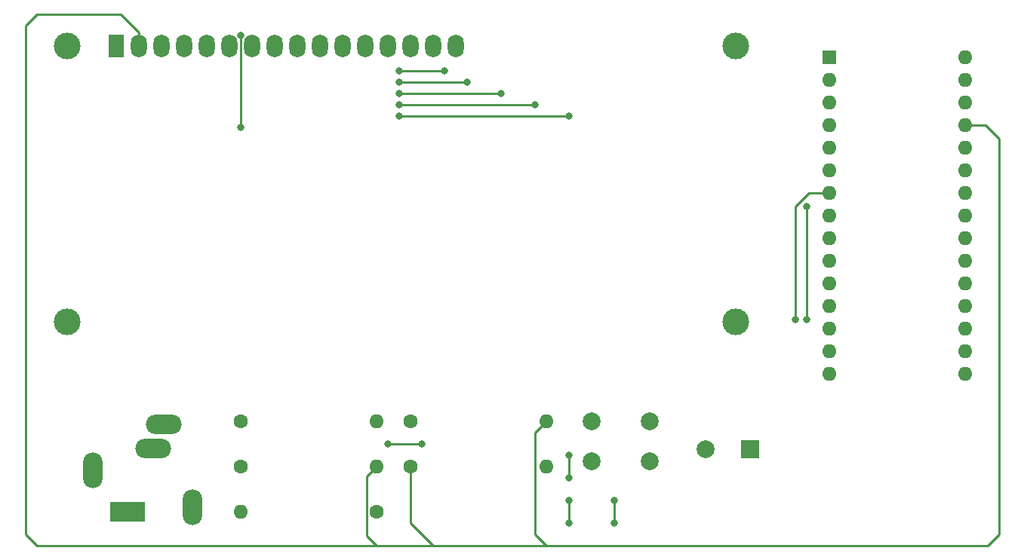
<source format=gbr>
%TF.GenerationSoftware,KiCad,Pcbnew,5.1.6*%
%TF.CreationDate,2020-06-14T13:39:51+02:00*%
%TF.ProjectId,pcb,7063622e-6b69-4636-9164-5f7063625858,rev?*%
%TF.SameCoordinates,Original*%
%TF.FileFunction,Copper,L2,Bot*%
%TF.FilePolarity,Positive*%
%FSLAX46Y46*%
G04 Gerber Fmt 4.6, Leading zero omitted, Abs format (unit mm)*
G04 Created by KiCad (PCBNEW 5.1.6) date 2020-06-14 13:39:51*
%MOMM*%
%LPD*%
G01*
G04 APERTURE LIST*
%TA.AperFunction,ComponentPad*%
%ADD10R,1.600000X1.600000*%
%TD*%
%TA.AperFunction,ComponentPad*%
%ADD11O,1.600000X1.600000*%
%TD*%
%TA.AperFunction,ComponentPad*%
%ADD12R,4.000000X2.200000*%
%TD*%
%TA.AperFunction,ComponentPad*%
%ADD13O,2.200000X4.000000*%
%TD*%
%TA.AperFunction,ComponentPad*%
%ADD14O,4.000000X2.200000*%
%TD*%
%TA.AperFunction,ComponentPad*%
%ADD15C,1.600000*%
%TD*%
%TA.AperFunction,ComponentPad*%
%ADD16C,2.000000*%
%TD*%
%TA.AperFunction,ComponentPad*%
%ADD17R,1.800000X2.600000*%
%TD*%
%TA.AperFunction,ComponentPad*%
%ADD18O,1.800000X2.600000*%
%TD*%
%TA.AperFunction,ComponentPad*%
%ADD19C,3.000000*%
%TD*%
%TA.AperFunction,ComponentPad*%
%ADD20R,2.000000X2.000000*%
%TD*%
%TA.AperFunction,ViaPad*%
%ADD21C,0.800000*%
%TD*%
%TA.AperFunction,Conductor*%
%ADD22C,0.250000*%
%TD*%
G04 APERTURE END LIST*
D10*
%TO.P,A1,1*%
%TO.N,Net-(A1-Pad1)*%
X168910000Y-78486000D03*
D11*
%TO.P,A1,17*%
%TO.N,Net-(A1-Pad17)*%
X184150000Y-111506000D03*
%TO.P,A1,2*%
%TO.N,Net-(A1-Pad2)*%
X168910000Y-81026000D03*
%TO.P,A1,18*%
%TO.N,Net-(A1-Pad18)*%
X184150000Y-108966000D03*
%TO.P,A1,3*%
%TO.N,Net-(A1-Pad3)*%
X168910000Y-83566000D03*
%TO.P,A1,19*%
%TO.N,Net-(A1-Pad19)*%
X184150000Y-106426000D03*
%TO.P,A1,4*%
%TO.N,Net-(A1-Pad4)*%
X168910000Y-86106000D03*
%TO.P,A1,20*%
%TO.N,Net-(A1-Pad20)*%
X184150000Y-103886000D03*
%TO.P,A1,5*%
%TO.N,Net-(A1-Pad5)*%
X168910000Y-88646000D03*
%TO.P,A1,21*%
%TO.N,Net-(A1-Pad21)*%
X184150000Y-101346000D03*
%TO.P,A1,6*%
%TO.N,Net-(A1-Pad6)*%
X168910000Y-91186000D03*
%TO.P,A1,22*%
%TO.N,Net-(A1-Pad22)*%
X184150000Y-98806000D03*
%TO.P,A1,7*%
%TO.N,KEY_POS*%
X168910000Y-93726000D03*
%TO.P,A1,23*%
%TO.N,Net-(A1-Pad23)*%
X184150000Y-96266000D03*
%TO.P,A1,8*%
%TO.N,Net-(A1-Pad8)*%
X168910000Y-96266000D03*
%TO.P,A1,24*%
%TO.N,Net-(A1-Pad24)*%
X184150000Y-93726000D03*
%TO.P,A1,9*%
%TO.N,Net-(A1-Pad9)*%
X168910000Y-98806000D03*
%TO.P,A1,25*%
%TO.N,Net-(A1-Pad25)*%
X184150000Y-91186000D03*
%TO.P,A1,10*%
%TO.N,Net-(A1-Pad10)*%
X168910000Y-101346000D03*
%TO.P,A1,26*%
%TO.N,Net-(A1-Pad26)*%
X184150000Y-88646000D03*
%TO.P,A1,11*%
%TO.N,Net-(A1-Pad11)*%
X168910000Y-103886000D03*
%TO.P,A1,27*%
%TO.N,+5V*%
X184150000Y-86106000D03*
%TO.P,A1,12*%
%TO.N,Net-(A1-Pad12)*%
X168910000Y-106426000D03*
%TO.P,A1,28*%
%TO.N,Net-(A1-Pad28)*%
X184150000Y-83566000D03*
%TO.P,A1,13*%
%TO.N,Net-(A1-Pad13)*%
X168910000Y-108966000D03*
%TO.P,A1,29*%
%TO.N,GND*%
X184150000Y-81026000D03*
%TO.P,A1,14*%
%TO.N,Net-(A1-Pad14)*%
X168910000Y-111506000D03*
%TO.P,A1,30*%
%TO.N,Net-(A1-Pad30)*%
X184150000Y-78486000D03*
%TO.P,A1,15*%
%TO.N,Net-(A1-Pad15)*%
X168910000Y-114046000D03*
%TO.P,A1,16*%
%TO.N,Net-(A1-Pad16)*%
X184150000Y-114046000D03*
%TD*%
D12*
%TO.P,J1,T*%
%TO.N,KEY_POS*%
X90170000Y-129540000D03*
D13*
%TO.P,J1,TN*%
%TO.N,N/C*%
X97470000Y-129040000D03*
D14*
%TO.P,J1,RN*%
X93070000Y-122440000D03*
%TO.P,J1,R*%
X94270000Y-119740000D03*
D13*
%TO.P,J1,S*%
%TO.N,GND*%
X86270000Y-124940000D03*
%TD*%
D11*
%TO.P,R1,2*%
%TO.N,GND*%
X118110000Y-119380000D03*
D15*
%TO.P,R1,1*%
%TO.N,Net-(R1-Pad1)*%
X102870000Y-119380000D03*
%TD*%
%TO.P,R2,1*%
%TO.N,Net-(R2-Pad1)*%
X102870000Y-124460000D03*
D11*
%TO.P,R2,2*%
%TO.N,+5V*%
X118110000Y-124460000D03*
%TD*%
D15*
%TO.P,R3,1*%
%TO.N,Net-(BZ1-Pad2)*%
X118110000Y-129540000D03*
D11*
%TO.P,R3,2*%
%TO.N,GND*%
X102870000Y-129540000D03*
%TD*%
D15*
%TO.P,R4,1*%
%TO.N,KEY_POS*%
X121920000Y-119380000D03*
D11*
%TO.P,R4,2*%
%TO.N,+5V*%
X137160000Y-119380000D03*
%TD*%
%TO.P,R5,2*%
%TO.N,Net-(A1-Pad6)*%
X137160000Y-124460000D03*
D15*
%TO.P,R5,1*%
%TO.N,+5V*%
X121920000Y-124460000D03*
%TD*%
D16*
%TO.P,SW1,2*%
%TO.N,Net-(A1-Pad6)*%
X142240000Y-123880000D03*
%TO.P,SW1,1*%
%TO.N,GND*%
X142240000Y-119380000D03*
%TO.P,SW1,2*%
%TO.N,Net-(A1-Pad6)*%
X148740000Y-123880000D03*
%TO.P,SW1,1*%
%TO.N,GND*%
X148740000Y-119380000D03*
%TD*%
D17*
%TO.P,U1,1*%
%TO.N,GND*%
X88900000Y-77216000D03*
D18*
%TO.P,U1,2*%
%TO.N,+5V*%
X91440000Y-77216000D03*
%TO.P,U1,3*%
%TO.N,Net-(R1-Pad1)*%
X93980000Y-77216000D03*
%TO.P,U1,4*%
%TO.N,Net-(A1-Pad8)*%
X96520000Y-77216000D03*
%TO.P,U1,5*%
%TO.N,GND*%
X99060000Y-77216000D03*
%TO.P,U1,6*%
%TO.N,Net-(A1-Pad9)*%
X101600000Y-77216000D03*
%TO.P,U1,7*%
%TO.N,Net-(U1-Pad7)*%
X104140000Y-77216000D03*
%TO.P,U1,8*%
%TO.N,Net-(U1-Pad8)*%
X106680000Y-77216000D03*
%TO.P,U1,9*%
%TO.N,Net-(U1-Pad9)*%
X109220000Y-77216000D03*
%TO.P,U1,10*%
%TO.N,Net-(U1-Pad10)*%
X111760000Y-77216000D03*
%TO.P,U1,11*%
%TO.N,Net-(A1-Pad10)*%
X114300000Y-77216000D03*
%TO.P,U1,12*%
%TO.N,Net-(A1-Pad11)*%
X116840000Y-77216000D03*
%TO.P,U1,13*%
%TO.N,Net-(A1-Pad12)*%
X119380000Y-77216000D03*
%TO.P,U1,14*%
%TO.N,Net-(A1-Pad13)*%
X121920000Y-77216000D03*
%TO.P,U1,15*%
%TO.N,Net-(R2-Pad1)*%
X124460000Y-77216000D03*
%TO.P,U1,16*%
%TO.N,GND*%
X127000000Y-77216000D03*
D19*
%TO.P,U1,*%
%TO.N,*%
X83400900Y-77216000D03*
X83400900Y-108216700D03*
X158399480Y-108216700D03*
X158400000Y-77216000D03*
%TD*%
D20*
%TO.P,BZ1,1*%
%TO.N,Net-(A1-Pad5)*%
X160020000Y-122555000D03*
D16*
%TO.P,BZ1,2*%
%TO.N,Net-(BZ1-Pad2)*%
X155020000Y-122555000D03*
%TD*%
D21*
%TO.N,Net-(A1-Pad6)*%
X166370000Y-107950000D03*
X166370000Y-95250000D03*
%TO.N,KEY_POS*%
X165100000Y-107950000D03*
%TO.N,Net-(A1-Pad8)*%
X120650000Y-85090000D03*
X139700000Y-85090000D03*
%TO.N,Net-(A1-Pad9)*%
X120650000Y-83820000D03*
X135890000Y-83820000D03*
%TO.N,Net-(A1-Pad10)*%
X120650000Y-82550000D03*
X132080000Y-82550000D03*
%TO.N,Net-(A1-Pad11)*%
X120650000Y-81280000D03*
X128270000Y-81280000D03*
%TO.N,Net-(A1-Pad12)*%
X120650000Y-80010000D03*
X125730000Y-80010000D03*
%TO.N,GND*%
X144780000Y-128270000D03*
X144780000Y-130810000D03*
X119380000Y-121920000D03*
X123190000Y-121920000D03*
X139700000Y-123190000D03*
X139700000Y-125730000D03*
X139700000Y-128270000D03*
X139700000Y-130810000D03*
%TO.N,Net-(R2-Pad1)*%
X102870000Y-76017814D03*
X102870000Y-86360000D03*
%TD*%
D22*
%TO.N,Net-(A1-Pad6)*%
X166370000Y-107950000D02*
X166370000Y-95250000D01*
%TO.N,KEY_POS*%
X166624000Y-93726000D02*
X168910000Y-93726000D01*
X165100000Y-95250000D02*
X166624000Y-93726000D01*
X165100000Y-107950000D02*
X165100000Y-95250000D01*
%TO.N,Net-(A1-Pad8)*%
X120650000Y-85090000D02*
X139700000Y-85090000D01*
%TO.N,Net-(A1-Pad9)*%
X120650000Y-83820000D02*
X135890000Y-83820000D01*
%TO.N,Net-(A1-Pad10)*%
X120650000Y-82550000D02*
X132080000Y-82550000D01*
%TO.N,Net-(A1-Pad11)*%
X120650000Y-81280000D02*
X128270000Y-81280000D01*
%TO.N,+5V*%
X184150000Y-86106000D02*
X186436000Y-86106000D01*
X186436000Y-86106000D02*
X187960000Y-87630000D01*
X187960000Y-87630000D02*
X187960000Y-132080000D01*
X187960000Y-132080000D02*
X186690000Y-133350000D01*
X186690000Y-133350000D02*
X137160000Y-133350000D01*
X137160000Y-133350000D02*
X135890000Y-132080000D01*
X135890000Y-132080000D02*
X135890000Y-120650000D01*
X135890000Y-120650000D02*
X137160000Y-119380000D01*
X121920000Y-124460000D02*
X121920000Y-130810000D01*
X121920000Y-130810000D02*
X124460000Y-133350000D01*
X124460000Y-133350000D02*
X137160000Y-133350000D01*
X116984999Y-125585001D02*
X116984999Y-132224999D01*
X118110000Y-124460000D02*
X116984999Y-125585001D01*
X118110000Y-133350000D02*
X124460000Y-133350000D01*
X116984999Y-132224999D02*
X118110000Y-133350000D01*
X91440000Y-75666000D02*
X89434000Y-73660000D01*
X91440000Y-77216000D02*
X91440000Y-75666000D01*
X89434000Y-73660000D02*
X80010000Y-73660000D01*
X80010000Y-73660000D02*
X78740000Y-74930000D01*
X78740000Y-74930000D02*
X78740000Y-132080000D01*
X78740000Y-132080000D02*
X80010000Y-133350000D01*
X80010000Y-133350000D02*
X118110000Y-133350000D01*
%TO.N,Net-(A1-Pad12)*%
X120650000Y-80010000D02*
X125730000Y-80010000D01*
%TO.N,GND*%
X144780000Y-128270000D02*
X144780000Y-130810000D01*
X119380000Y-121920000D02*
X123190000Y-121920000D01*
X139700000Y-123190000D02*
X139700000Y-125730000D01*
X139700000Y-128270000D02*
X139700000Y-130810000D01*
%TO.N,Net-(R2-Pad1)*%
X102870000Y-76017814D02*
X102870000Y-86360000D01*
%TD*%
M02*

</source>
